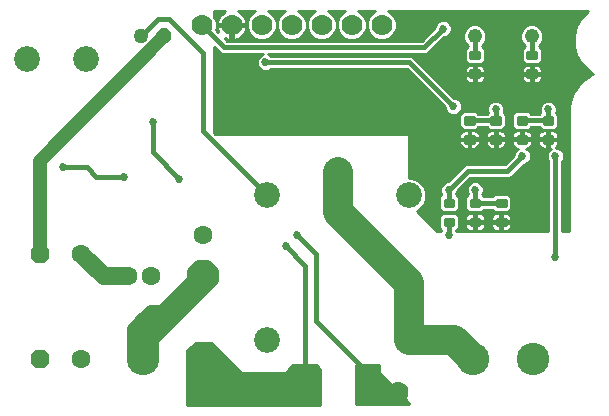
<source format=gbl>
G75*
%MOIN*%
%OFA0B0*%
%FSLAX24Y24*%
%IPPOS*%
%LPD*%
%AMOC8*
5,1,8,0,0,1.08239X$1,22.5*
%
%ADD10OC8,0.0500*%
%ADD11C,0.0500*%
%ADD12OC8,0.0630*%
%ADD13C,0.0630*%
%ADD14C,0.0860*%
%ADD15R,0.0709X0.1260*%
%ADD16C,0.0094*%
%ADD17C,0.0480*%
%ADD18C,0.1083*%
%ADD19C,0.0700*%
%ADD20C,0.0600*%
%ADD21C,0.0270*%
%ADD22C,0.0160*%
%ADD23C,0.1000*%
%ADD24C,0.0320*%
%ADD25C,0.0120*%
%ADD26C,0.0100*%
%ADD27C,0.0450*%
%ADD28C,0.0500*%
D10*
X007718Y012875D03*
D11*
X006931Y012875D03*
D12*
X003573Y002125D03*
X003573Y005625D03*
D13*
X004951Y005625D03*
X006494Y004875D03*
X007281Y004875D03*
X009012Y004875D03*
X009012Y006253D03*
X004951Y002125D03*
D14*
X011148Y002764D03*
X015872Y002764D03*
X015872Y007567D03*
X013510Y008354D03*
X011148Y007567D03*
X005121Y012125D03*
X003153Y012125D03*
D15*
X012410Y001250D03*
X014615Y001250D03*
D16*
X017060Y006575D02*
X017060Y006795D01*
X017340Y006795D01*
X017340Y006575D01*
X017060Y006575D01*
X017060Y006668D02*
X017340Y006668D01*
X017340Y006761D02*
X017060Y006761D01*
X017060Y007205D02*
X017060Y007425D01*
X017340Y007425D01*
X017340Y007205D01*
X017060Y007205D01*
X017060Y007298D02*
X017340Y007298D01*
X017340Y007391D02*
X017060Y007391D01*
X018215Y007425D02*
X018215Y007205D01*
X017935Y007205D01*
X017935Y007425D01*
X018215Y007425D01*
X018215Y007298D02*
X017935Y007298D01*
X017935Y007391D02*
X018215Y007391D01*
X019090Y007425D02*
X019090Y007205D01*
X018810Y007205D01*
X018810Y007425D01*
X019090Y007425D01*
X019090Y007298D02*
X018810Y007298D01*
X018810Y007391D02*
X019090Y007391D01*
X019090Y006795D02*
X019090Y006575D01*
X018810Y006575D01*
X018810Y006795D01*
X019090Y006795D01*
X019090Y006668D02*
X018810Y006668D01*
X018810Y006761D02*
X019090Y006761D01*
X018215Y006795D02*
X018215Y006575D01*
X017935Y006575D01*
X017935Y006795D01*
X018215Y006795D01*
X018215Y006668D02*
X017935Y006668D01*
X017935Y006761D02*
X018215Y006761D01*
X017747Y009325D02*
X017747Y009545D01*
X018027Y009545D01*
X018027Y009325D01*
X017747Y009325D01*
X017747Y009418D02*
X018027Y009418D01*
X018027Y009511D02*
X017747Y009511D01*
X017747Y009955D02*
X017747Y010175D01*
X018027Y010175D01*
X018027Y009955D01*
X017747Y009955D01*
X017747Y010048D02*
X018027Y010048D01*
X018027Y010141D02*
X017747Y010141D01*
X018902Y010175D02*
X018902Y009955D01*
X018622Y009955D01*
X018622Y010175D01*
X018902Y010175D01*
X018902Y010048D02*
X018622Y010048D01*
X018622Y010141D02*
X018902Y010141D01*
X019497Y010175D02*
X019497Y009955D01*
X019497Y010175D02*
X019777Y010175D01*
X019777Y009955D01*
X019497Y009955D01*
X019497Y010048D02*
X019777Y010048D01*
X019777Y010141D02*
X019497Y010141D01*
X020652Y010175D02*
X020652Y009955D01*
X020372Y009955D01*
X020372Y010175D01*
X020652Y010175D01*
X020652Y010048D02*
X020372Y010048D01*
X020372Y010141D02*
X020652Y010141D01*
X020652Y009545D02*
X020652Y009325D01*
X020372Y009325D01*
X020372Y009545D01*
X020652Y009545D01*
X020652Y009418D02*
X020372Y009418D01*
X020372Y009511D02*
X020652Y009511D01*
X019497Y009545D02*
X019497Y009325D01*
X019497Y009545D02*
X019777Y009545D01*
X019777Y009325D01*
X019497Y009325D01*
X019497Y009418D02*
X019777Y009418D01*
X019777Y009511D02*
X019497Y009511D01*
X018902Y009545D02*
X018902Y009325D01*
X018622Y009325D01*
X018622Y009545D01*
X018902Y009545D01*
X018902Y009418D02*
X018622Y009418D01*
X018622Y009511D02*
X018902Y009511D01*
X018202Y011513D02*
X018202Y011733D01*
X018202Y011513D02*
X017922Y011513D01*
X017922Y011733D01*
X018202Y011733D01*
X018202Y011606D02*
X017922Y011606D01*
X017922Y011699D02*
X018202Y011699D01*
X018202Y012142D02*
X018202Y012362D01*
X018202Y012142D02*
X017922Y012142D01*
X017922Y012362D01*
X018202Y012362D01*
X018202Y012235D02*
X017922Y012235D01*
X017922Y012328D02*
X018202Y012328D01*
X020102Y012362D02*
X020102Y012142D01*
X019822Y012142D01*
X019822Y012362D01*
X020102Y012362D01*
X020102Y012235D02*
X019822Y012235D01*
X019822Y012328D02*
X020102Y012328D01*
X020102Y011733D02*
X020102Y011513D01*
X019822Y011513D01*
X019822Y011733D01*
X020102Y011733D01*
X020102Y011606D02*
X019822Y011606D01*
X019822Y011699D02*
X020102Y011699D01*
D17*
X019962Y012875D03*
X018062Y012875D03*
D18*
X018012Y002125D03*
X020012Y002125D03*
X009012Y002125D03*
X007012Y002125D03*
D19*
X015512Y001000D03*
X014961Y013250D03*
X013961Y013250D03*
X012961Y013250D03*
X011961Y013250D03*
X010961Y013250D03*
X009961Y013250D03*
X008961Y013250D03*
D20*
X004951Y005625D02*
X005701Y004875D01*
X006494Y004875D01*
D21*
X011762Y005875D03*
X012137Y006250D03*
X008200Y008125D03*
X006387Y008188D03*
X004325Y008500D03*
X007325Y010029D03*
X011086Y012000D03*
X017012Y013125D03*
X017349Y010538D03*
X018762Y010438D03*
X020512Y010438D03*
X020751Y008875D03*
X020168Y008875D03*
X019652Y008875D03*
X018075Y007750D03*
X017200Y007750D03*
X017200Y006250D03*
X020751Y005500D03*
D22*
X020751Y008875D01*
X019652Y008875D02*
X019152Y008375D01*
X017825Y008375D01*
X017200Y007750D01*
X017200Y007315D01*
X018075Y007315D02*
X018950Y007315D01*
X018075Y007315D02*
X018075Y007750D01*
X017200Y006685D02*
X017200Y006250D01*
X012762Y005625D02*
X012137Y006250D01*
X011762Y005875D02*
X012410Y005227D01*
X012410Y001250D01*
X012137Y001250D01*
X011762Y001625D02*
X010262Y001625D01*
X009887Y002000D01*
X009262Y002625D01*
X008762Y002625D01*
X008512Y002375D01*
X008512Y000625D01*
X012887Y000625D01*
X012887Y001625D01*
X012637Y001625D01*
X012887Y001625D02*
X012887Y001750D01*
X012762Y001875D01*
X012012Y001875D01*
X011762Y001625D01*
X009887Y001750D02*
X009887Y002000D01*
X012762Y003375D02*
X012762Y005625D01*
X011148Y007567D02*
X009012Y009703D01*
X009012Y012313D01*
X007887Y013438D01*
X007494Y013438D01*
X006931Y012875D01*
X008961Y013250D02*
X009711Y012500D01*
X016387Y012500D01*
X017012Y013125D01*
X018062Y012875D02*
X018062Y012252D01*
X019962Y012252D02*
X019962Y012875D01*
X020512Y010438D02*
X020512Y010065D01*
X019637Y010065D01*
X018762Y010065D02*
X018762Y010438D01*
X018762Y010065D02*
X017887Y010065D01*
X017349Y010538D02*
X015887Y012000D01*
X011086Y012000D01*
X007325Y010029D02*
X007325Y009000D01*
X008200Y008125D01*
X006387Y008188D02*
X005450Y008188D01*
X005137Y008500D01*
X004325Y008500D01*
X012762Y003375D02*
X014262Y001875D01*
X014512Y001625D01*
X014615Y001523D01*
X014615Y001250D01*
X014887Y001250D01*
X014887Y000875D02*
X015387Y000875D01*
X015387Y000750D02*
X015637Y000875D01*
X015512Y000875D01*
D23*
X017373Y002764D02*
X018012Y002125D01*
X017373Y002764D02*
X015872Y002764D01*
X015872Y004640D01*
X013510Y007002D01*
X013510Y008354D01*
X007012Y002875D02*
X007012Y002125D01*
D24*
X007387Y002125D01*
X007387Y002750D01*
X009387Y004750D01*
X009387Y004875D01*
X009137Y004875D01*
X009137Y005000D02*
X009012Y004875D01*
X009137Y005000D02*
X009137Y005250D01*
X008762Y004875D01*
X006762Y002875D01*
X006637Y002875D01*
X006637Y003125D01*
X006887Y003375D01*
X007012Y003250D01*
X007012Y003000D01*
X007137Y003000D02*
X007262Y002875D01*
X007387Y002875D02*
X007387Y002750D01*
X007387Y002875D02*
X009387Y004875D01*
X009387Y005000D01*
X009137Y005250D01*
X008887Y005250D01*
X008637Y005000D01*
X008637Y004625D01*
X008512Y004500D01*
X008637Y004375D01*
X007887Y003750D02*
X007262Y003750D01*
X007012Y003500D01*
X007512Y003500D01*
X007512Y003375D01*
X007262Y003125D01*
X007137Y003000D02*
X007137Y003375D01*
X006637Y002875D01*
X006637Y002750D01*
X006762Y002875D01*
X006637Y002750D02*
X006637Y002625D01*
X006887Y002625D01*
X006637Y002625D02*
X006637Y002125D01*
X006887Y002125D01*
X007387Y003250D02*
X007762Y003625D01*
X007887Y003750D01*
X007512Y003500D02*
X007137Y003375D01*
X007012Y003500D02*
X006887Y003375D01*
X008762Y002375D02*
X009012Y002375D01*
X009887Y001500D01*
X009137Y000750D01*
X009012Y000750D01*
X008762Y000750D01*
X008637Y000750D01*
X008637Y002125D01*
X008762Y002125D01*
X008762Y000750D01*
X009012Y000750D02*
X009012Y000875D01*
X009012Y001000D01*
X009012Y001375D01*
X009387Y001375D01*
X009262Y001750D01*
X009262Y001500D01*
X009387Y001250D01*
X009512Y001000D01*
X009262Y001000D02*
X009137Y001125D01*
X009137Y001500D01*
X009137Y001625D02*
X009137Y001750D01*
X008887Y002375D01*
X008637Y002125D01*
X009137Y001625D01*
X009012Y002125D01*
X009637Y002125D01*
X010262Y001500D01*
X011262Y001500D01*
X011137Y001375D01*
X010012Y001375D01*
X009762Y001125D01*
X009137Y001750D01*
X009012Y001875D01*
X009012Y002125D01*
X008762Y002125D01*
X008887Y002250D01*
X009012Y002250D01*
X009137Y002125D01*
X009262Y001750D01*
X009762Y001125D01*
X009887Y001000D01*
X012012Y001000D01*
X012012Y001125D01*
X012012Y001375D01*
X012137Y001750D01*
X011887Y001500D01*
X011512Y001250D01*
X011262Y001500D01*
X011637Y001500D01*
X011762Y001375D01*
X011137Y001375D01*
X011387Y001125D02*
X011512Y001250D01*
X010512Y001250D01*
X010137Y001250D01*
X009762Y001250D01*
X010012Y001375D01*
X009387Y001375D01*
X009012Y002125D01*
X009637Y001500D01*
X009887Y001500D01*
X010262Y001500D01*
X010137Y001250D02*
X010262Y001125D01*
X011387Y001125D01*
X012012Y001125D01*
X012637Y001125D01*
X012762Y001250D01*
X012762Y001750D01*
X012137Y001750D01*
X012137Y001500D02*
X011887Y001500D01*
X011637Y001500D01*
X011512Y001250D02*
X012137Y001250D01*
X012012Y001375D02*
X012137Y001500D01*
X012637Y001625D02*
X012637Y001250D01*
X012637Y001125D02*
X012762Y001125D01*
X012762Y000750D01*
X009137Y000750D01*
X009012Y000875D02*
X009887Y000875D01*
X010012Y000875D01*
X010137Y000750D01*
X009887Y000875D02*
X009137Y001625D01*
X009262Y001750D02*
X009387Y001250D01*
X009137Y001125D02*
X009012Y001375D01*
X009012Y001875D01*
X008762Y002125D01*
X009887Y000875D02*
X010512Y001250D01*
X009262Y001000D02*
X009012Y001000D01*
X012637Y001625D02*
X012762Y001750D01*
X012762Y001250D02*
X012762Y001125D01*
X014262Y000750D02*
X014262Y001750D01*
X014637Y001750D01*
X014637Y001375D01*
X014615Y001250D02*
X014990Y000875D01*
X015512Y001000D01*
X015387Y000875D01*
X014887Y001125D01*
X014887Y001000D01*
X015012Y000875D01*
X015387Y000875D01*
X015512Y000875D01*
X015512Y001000D01*
X015512Y001125D01*
X015637Y001125D01*
X015512Y001000D01*
X015387Y000750D01*
X015387Y000875D01*
X015637Y000750D01*
X015387Y000750D01*
X014262Y000750D01*
X014762Y001125D02*
X014887Y001250D01*
X014887Y001500D01*
X014887Y001250D02*
X014887Y001125D01*
X015012Y001125D01*
X015387Y001125D01*
X015512Y001125D01*
X015512Y001000D02*
X015637Y000750D01*
D25*
X015512Y000875D02*
X015887Y000625D01*
X015762Y000625D01*
X015012Y001375D01*
X015012Y001125D01*
X014887Y001125D02*
X015387Y000625D01*
X014137Y000625D01*
X014137Y001875D01*
X014262Y001875D01*
X014387Y001875D01*
X014637Y001875D01*
X014887Y001625D01*
X015512Y001000D01*
X015887Y000625D01*
X015762Y000625D02*
X015387Y000625D01*
X015387Y000750D02*
X015512Y000875D01*
X014762Y001500D02*
X014762Y001875D01*
X014887Y001875D01*
X014887Y001625D01*
X014762Y001875D02*
X014637Y001875D01*
X014512Y001750D01*
X014512Y001625D01*
X014387Y001625D02*
X014387Y001875D01*
X018075Y006685D02*
X018950Y006685D01*
X018762Y009435D02*
X017887Y009435D01*
X018762Y009435D02*
X019637Y009435D01*
X020512Y009435D01*
D26*
X020483Y009437D02*
X019666Y009437D01*
X019666Y009464D02*
X019974Y009464D01*
X019974Y009571D01*
X019961Y009621D01*
X019935Y009666D01*
X019898Y009703D01*
X019853Y009729D01*
X019803Y009743D01*
X019666Y009743D01*
X019666Y009464D01*
X019608Y009464D01*
X019608Y009406D01*
X019300Y009406D01*
X019300Y009299D01*
X019314Y009249D01*
X019340Y009204D01*
X019376Y009167D01*
X019421Y009141D01*
X019471Y009128D01*
X019517Y009128D01*
X019491Y009117D01*
X019410Y009036D01*
X019367Y008932D01*
X019367Y008915D01*
X019057Y008605D01*
X017729Y008605D01*
X017595Y008470D01*
X017159Y008035D01*
X017143Y008035D01*
X017038Y007992D01*
X016958Y007911D01*
X016915Y007807D01*
X016915Y007693D01*
X016954Y007598D01*
X016863Y007507D01*
X016863Y007123D01*
X016978Y007007D01*
X017421Y007007D01*
X017537Y007123D01*
X017537Y007507D01*
X017445Y007598D01*
X017485Y007693D01*
X017485Y007710D01*
X017920Y008145D01*
X019247Y008145D01*
X019692Y008590D01*
X019709Y008590D01*
X019813Y008633D01*
X019894Y008714D01*
X019937Y008818D01*
X019937Y008932D01*
X019894Y009036D01*
X019813Y009117D01*
X019787Y009128D01*
X019803Y009128D01*
X019853Y009141D01*
X019898Y009167D01*
X019935Y009204D01*
X019961Y009249D01*
X019974Y009299D01*
X019974Y009406D01*
X019666Y009406D01*
X019666Y009464D01*
X019608Y009464D02*
X019608Y009743D01*
X019471Y009743D01*
X019421Y009729D01*
X019376Y009703D01*
X019340Y009666D01*
X019314Y009621D01*
X019300Y009571D01*
X019300Y009464D01*
X019608Y009464D01*
X019608Y009437D02*
X018791Y009437D01*
X018791Y009464D02*
X019099Y009464D01*
X019099Y009571D01*
X019086Y009621D01*
X019060Y009666D01*
X019023Y009703D01*
X018978Y009729D01*
X018928Y009743D01*
X018791Y009743D01*
X018791Y009464D01*
X018733Y009464D01*
X018733Y009406D01*
X018425Y009406D01*
X018425Y009299D01*
X018439Y009249D01*
X018465Y009204D01*
X018501Y009167D01*
X018546Y009141D01*
X018596Y009128D01*
X018733Y009128D01*
X018733Y009406D01*
X018791Y009406D01*
X018791Y009128D01*
X018928Y009128D01*
X018978Y009141D01*
X019023Y009167D01*
X019060Y009204D01*
X019086Y009249D01*
X019099Y009299D01*
X019099Y009406D01*
X018791Y009406D01*
X018791Y009464D01*
X018733Y009464D02*
X018733Y009743D01*
X018596Y009743D01*
X018546Y009729D01*
X018501Y009703D01*
X018465Y009666D01*
X018439Y009621D01*
X018425Y009571D01*
X018425Y009464D01*
X018733Y009464D01*
X018733Y009437D02*
X017916Y009437D01*
X017916Y009464D02*
X018224Y009464D01*
X018224Y009571D01*
X018211Y009621D01*
X018185Y009666D01*
X018148Y009703D01*
X018103Y009729D01*
X018053Y009743D01*
X017916Y009743D01*
X017916Y009464D01*
X017858Y009464D01*
X017858Y009406D01*
X017550Y009406D01*
X017550Y009299D01*
X017564Y009249D01*
X017590Y009204D01*
X017626Y009167D01*
X017671Y009141D01*
X017721Y009128D01*
X017858Y009128D01*
X017858Y009406D01*
X017916Y009406D01*
X017916Y009128D01*
X018053Y009128D01*
X018103Y009141D01*
X018148Y009167D01*
X018185Y009204D01*
X018211Y009249D01*
X018224Y009299D01*
X018224Y009406D01*
X017916Y009406D01*
X017916Y009464D01*
X017858Y009464D02*
X017858Y009743D01*
X017721Y009743D01*
X017671Y009729D01*
X017626Y009703D01*
X017590Y009666D01*
X017564Y009621D01*
X017550Y009571D01*
X017550Y009464D01*
X017858Y009464D01*
X017858Y009437D02*
X015887Y009437D01*
X015887Y009339D02*
X017550Y009339D01*
X017569Y009240D02*
X015887Y009240D01*
X015887Y009142D02*
X017670Y009142D01*
X017858Y009142D02*
X017916Y009142D01*
X017916Y009240D02*
X017858Y009240D01*
X017858Y009339D02*
X017916Y009339D01*
X017916Y009536D02*
X017858Y009536D01*
X017858Y009634D02*
X017916Y009634D01*
X017916Y009733D02*
X017858Y009733D01*
X017684Y009733D02*
X009387Y009733D01*
X009387Y009653D02*
X009387Y012499D01*
X009481Y012405D01*
X009616Y012270D01*
X010993Y012270D01*
X010925Y012242D01*
X010844Y012161D01*
X010801Y012057D01*
X010801Y011943D01*
X010844Y011839D01*
X010925Y011758D01*
X011029Y011715D01*
X011143Y011715D01*
X011247Y011758D01*
X011259Y011770D01*
X015792Y011770D01*
X017064Y010498D01*
X017064Y010482D01*
X017107Y010377D01*
X017187Y010297D01*
X017292Y010253D01*
X017406Y010253D01*
X017510Y010297D01*
X017590Y010377D01*
X017634Y010482D01*
X017634Y010595D01*
X017590Y010700D01*
X017510Y010780D01*
X017406Y010823D01*
X017389Y010823D01*
X015982Y012230D01*
X011259Y012230D01*
X011247Y012242D01*
X011179Y012270D01*
X016482Y012270D01*
X017052Y012840D01*
X017069Y012840D01*
X017174Y012883D01*
X017254Y012964D01*
X017297Y013068D01*
X017297Y013182D01*
X017254Y013286D01*
X017174Y013367D01*
X017069Y013410D01*
X016956Y013410D01*
X016851Y013367D01*
X016771Y013286D01*
X016727Y013182D01*
X016727Y013165D01*
X016292Y012730D01*
X009806Y012730D01*
X009729Y012807D01*
X009769Y012787D01*
X009844Y012762D01*
X009922Y012750D01*
X009922Y012750D01*
X009922Y013211D01*
X009461Y013211D01*
X009473Y013133D01*
X009498Y013058D01*
X009518Y013018D01*
X009439Y013097D01*
X009461Y013151D01*
X009461Y013349D01*
X009387Y013528D01*
X009387Y013705D01*
X009752Y013705D01*
X009699Y013678D01*
X009635Y013631D01*
X009580Y013576D01*
X009533Y013512D01*
X009498Y013442D01*
X009473Y013367D01*
X009461Y013289D01*
X009461Y013289D01*
X009922Y013289D01*
X009922Y013211D01*
X010000Y013211D01*
X010000Y013289D01*
X010461Y013289D01*
X010449Y013367D01*
X010424Y013442D01*
X010389Y013512D01*
X010342Y013576D01*
X010287Y013631D01*
X010223Y013678D01*
X010170Y013705D01*
X010752Y013705D01*
X010678Y013674D01*
X010537Y013533D01*
X010461Y013349D01*
X010461Y013151D01*
X010537Y012967D01*
X010678Y012826D01*
X010862Y012750D01*
X011060Y012750D01*
X011244Y012826D01*
X011385Y012967D01*
X011461Y013151D01*
X011537Y012967D01*
X011678Y012826D01*
X011862Y012750D01*
X012060Y012750D01*
X012244Y012826D01*
X012385Y012967D01*
X012461Y013151D01*
X012537Y012967D01*
X012678Y012826D01*
X012862Y012750D01*
X013060Y012750D01*
X013244Y012826D01*
X013385Y012967D01*
X013461Y013151D01*
X013537Y012967D01*
X013678Y012826D01*
X013862Y012750D01*
X014060Y012750D01*
X014244Y012826D01*
X014385Y012967D01*
X014461Y013151D01*
X014537Y012967D01*
X014678Y012826D01*
X014862Y012750D01*
X015060Y012750D01*
X015244Y012826D01*
X015385Y012967D01*
X015461Y013151D01*
X015461Y013349D01*
X015385Y013533D01*
X015244Y013674D01*
X015170Y013705D01*
X021829Y013705D01*
X021605Y013480D01*
X021442Y013199D01*
X021358Y012886D01*
X021358Y012561D01*
X021442Y012248D01*
X021605Y011967D01*
X021834Y011737D01*
X022022Y011629D01*
X021956Y011607D01*
X021602Y011350D01*
X021345Y010996D01*
X021210Y010580D01*
X021210Y006375D01*
X020981Y006375D01*
X020981Y008702D01*
X020992Y008714D01*
X021036Y008818D01*
X021036Y008932D01*
X020992Y009036D01*
X020912Y009117D01*
X020808Y009160D01*
X020761Y009160D01*
X020773Y009167D01*
X020810Y009204D01*
X020836Y009249D01*
X020849Y009299D01*
X020849Y009406D01*
X020541Y009406D01*
X020541Y009128D01*
X020616Y009128D01*
X020589Y009117D01*
X020509Y009036D01*
X020466Y008932D01*
X020466Y008818D01*
X020509Y008714D01*
X020521Y008702D01*
X020521Y006375D01*
X017456Y006375D01*
X017445Y006402D01*
X017537Y006493D01*
X017537Y006877D01*
X017421Y006993D01*
X016978Y006993D01*
X016863Y006877D01*
X016863Y006493D01*
X016954Y006402D01*
X016943Y006375D01*
X016826Y006375D01*
X016813Y006388D01*
X016650Y006551D01*
X016148Y007053D01*
X016201Y007075D01*
X016364Y007238D01*
X016452Y007452D01*
X016452Y007682D01*
X016364Y007895D01*
X016201Y008059D01*
X015988Y008147D01*
X015887Y008147D01*
X015887Y009625D01*
X009415Y009625D01*
X009387Y009653D01*
X009406Y009634D02*
X017571Y009634D01*
X017550Y009536D02*
X015887Y009536D01*
X015887Y009043D02*
X019417Y009043D01*
X019420Y009142D02*
X018979Y009142D01*
X019081Y009240D02*
X019319Y009240D01*
X019300Y009339D02*
X019099Y009339D01*
X019099Y009536D02*
X019300Y009536D01*
X019321Y009634D02*
X019078Y009634D01*
X018965Y009733D02*
X019434Y009733D01*
X019416Y009757D02*
X019859Y009757D01*
X019936Y009835D01*
X020213Y009835D01*
X020291Y009757D01*
X020734Y009757D01*
X020849Y009873D01*
X020849Y010257D01*
X020776Y010330D01*
X020797Y010381D01*
X020797Y010494D01*
X020754Y010599D01*
X020674Y010679D01*
X020569Y010722D01*
X020456Y010722D01*
X020351Y010679D01*
X020271Y010599D01*
X020227Y010494D01*
X020227Y010381D01*
X020248Y010330D01*
X020213Y010295D01*
X019936Y010295D01*
X019859Y010372D01*
X019416Y010372D01*
X019300Y010257D01*
X019300Y009873D01*
X019416Y009757D01*
X019342Y009831D02*
X019057Y009831D01*
X019099Y009873D02*
X018984Y009757D01*
X018541Y009757D01*
X018463Y009835D01*
X018186Y009835D01*
X018109Y009757D01*
X017666Y009757D01*
X017550Y009873D01*
X017550Y010257D01*
X017666Y010372D01*
X018109Y010372D01*
X018186Y010295D01*
X018463Y010295D01*
X018498Y010330D01*
X018477Y010381D01*
X018477Y010494D01*
X018521Y010599D01*
X018601Y010679D01*
X018706Y010722D01*
X018819Y010722D01*
X018924Y010679D01*
X019004Y010599D01*
X019047Y010494D01*
X019047Y010381D01*
X019026Y010330D01*
X019099Y010257D01*
X019099Y009873D01*
X019099Y009930D02*
X019300Y009930D01*
X019300Y010028D02*
X019099Y010028D01*
X019099Y010127D02*
X019300Y010127D01*
X019300Y010225D02*
X019099Y010225D01*
X019033Y010324D02*
X019367Y010324D01*
X019047Y010422D02*
X020227Y010422D01*
X020238Y010521D02*
X019036Y010521D01*
X018984Y010619D02*
X020291Y010619D01*
X020444Y010718D02*
X018831Y010718D01*
X018694Y010718D02*
X017573Y010718D01*
X017624Y010619D02*
X018541Y010619D01*
X018488Y010521D02*
X017634Y010521D01*
X017609Y010422D02*
X018477Y010422D01*
X018492Y010324D02*
X018158Y010324D01*
X017617Y010324D02*
X017537Y010324D01*
X017550Y010225D02*
X009387Y010225D01*
X009387Y010127D02*
X017550Y010127D01*
X017550Y010028D02*
X009387Y010028D01*
X009387Y009930D02*
X017550Y009930D01*
X017592Y009831D02*
X009387Y009831D01*
X009387Y010324D02*
X017161Y010324D01*
X017089Y010422D02*
X009387Y010422D01*
X009387Y010521D02*
X017041Y010521D01*
X016943Y010619D02*
X009387Y010619D01*
X009387Y010718D02*
X016844Y010718D01*
X016746Y010816D02*
X009387Y010816D01*
X009387Y010915D02*
X016647Y010915D01*
X016549Y011013D02*
X009387Y011013D01*
X009387Y011112D02*
X016450Y011112D01*
X016352Y011210D02*
X009387Y011210D01*
X009387Y011309D02*
X016253Y011309D01*
X016155Y011407D02*
X009387Y011407D01*
X009387Y011506D02*
X016056Y011506D01*
X015958Y011604D02*
X009387Y011604D01*
X009387Y011703D02*
X015859Y011703D01*
X016214Y011998D02*
X017788Y011998D01*
X017841Y011945D02*
X017725Y012061D01*
X017725Y012444D01*
X017832Y012551D01*
X017832Y012553D01*
X017732Y012654D01*
X017672Y012797D01*
X017672Y012953D01*
X017732Y013096D01*
X017841Y013206D01*
X017985Y013265D01*
X018140Y013265D01*
X018283Y013206D01*
X018393Y013096D01*
X018452Y012953D01*
X018452Y012797D01*
X018393Y012654D01*
X018292Y012553D01*
X018292Y012551D01*
X018399Y012444D01*
X018399Y012061D01*
X018284Y011945D01*
X017841Y011945D01*
X017846Y011917D02*
X017801Y011891D01*
X017765Y011854D01*
X017739Y011809D01*
X017725Y011759D01*
X017725Y011651D01*
X018033Y011651D01*
X018033Y011594D01*
X017725Y011594D01*
X017725Y011486D01*
X017739Y011436D01*
X017765Y011391D01*
X017801Y011354D01*
X017846Y011329D01*
X017896Y011315D01*
X018033Y011315D01*
X018033Y011594D01*
X018091Y011594D01*
X018091Y011651D01*
X018399Y011651D01*
X018399Y011759D01*
X018386Y011809D01*
X018360Y011854D01*
X018323Y011891D01*
X018278Y011917D01*
X018228Y011930D01*
X018091Y011930D01*
X018091Y011651D01*
X018033Y011651D01*
X018033Y011930D01*
X017896Y011930D01*
X017846Y011917D01*
X017817Y011900D02*
X016313Y011900D01*
X016411Y011801D02*
X017737Y011801D01*
X017725Y011703D02*
X016510Y011703D01*
X016608Y011604D02*
X018033Y011604D01*
X018091Y011604D02*
X019933Y011604D01*
X019933Y011594D02*
X019625Y011594D01*
X019625Y011486D01*
X019639Y011436D01*
X019665Y011391D01*
X019701Y011354D01*
X019746Y011329D01*
X019796Y011315D01*
X019933Y011315D01*
X019933Y011594D01*
X019933Y011651D01*
X019625Y011651D01*
X019625Y011759D01*
X019639Y011809D01*
X019665Y011854D01*
X019701Y011891D01*
X019746Y011917D01*
X019796Y011930D01*
X019933Y011930D01*
X019933Y011651D01*
X019991Y011651D01*
X020299Y011651D01*
X020299Y011759D01*
X020286Y011809D01*
X020260Y011854D01*
X020223Y011891D01*
X020178Y011917D01*
X020128Y011930D01*
X019991Y011930D01*
X019991Y011651D01*
X019991Y011594D01*
X020299Y011594D01*
X020299Y011486D01*
X020286Y011436D01*
X020260Y011391D01*
X020223Y011354D01*
X020178Y011329D01*
X020128Y011315D01*
X019991Y011315D01*
X019991Y011594D01*
X019933Y011594D01*
X019991Y011604D02*
X021952Y011604D01*
X021956Y011607D02*
X021956Y011607D01*
X021894Y011703D02*
X020299Y011703D01*
X020288Y011801D02*
X021770Y011801D01*
X021672Y011900D02*
X020208Y011900D01*
X020184Y011945D02*
X020299Y012061D01*
X020299Y012444D01*
X020192Y012551D01*
X020192Y012553D01*
X020293Y012654D01*
X020352Y012797D01*
X020352Y012953D01*
X020293Y013096D01*
X020183Y013206D01*
X020040Y013265D01*
X019885Y013265D01*
X019741Y013206D01*
X019632Y013096D01*
X019572Y012953D01*
X019572Y012797D01*
X019632Y012654D01*
X019732Y012553D01*
X019732Y012551D01*
X019625Y012444D01*
X019625Y012061D01*
X019741Y011945D01*
X020184Y011945D01*
X020237Y011998D02*
X021586Y011998D01*
X021530Y012097D02*
X020299Y012097D01*
X020299Y012195D02*
X021473Y012195D01*
X021430Y012294D02*
X020299Y012294D01*
X020299Y012392D02*
X021404Y012392D01*
X021377Y012491D02*
X020253Y012491D01*
X020228Y012589D02*
X021358Y012589D01*
X021358Y012688D02*
X020307Y012688D01*
X020347Y012786D02*
X021358Y012786D01*
X021358Y012885D02*
X020352Y012885D01*
X020340Y012983D02*
X021384Y012983D01*
X021411Y013082D02*
X020299Y013082D01*
X020209Y013180D02*
X021437Y013180D01*
X021488Y013279D02*
X017257Y013279D01*
X017297Y013180D02*
X017816Y013180D01*
X017726Y013082D02*
X017297Y013082D01*
X017262Y012983D02*
X017685Y012983D01*
X017672Y012885D02*
X017175Y012885D01*
X016999Y012786D02*
X017677Y012786D01*
X017718Y012688D02*
X016900Y012688D01*
X016802Y012589D02*
X017797Y012589D01*
X017771Y012491D02*
X016703Y012491D01*
X016605Y012392D02*
X017725Y012392D01*
X017725Y012294D02*
X016506Y012294D01*
X016116Y012097D02*
X017725Y012097D01*
X017725Y012195D02*
X016017Y012195D01*
X016348Y012786D02*
X015147Y012786D01*
X015303Y012885D02*
X016446Y012885D01*
X016545Y012983D02*
X015392Y012983D01*
X015432Y013082D02*
X016643Y013082D01*
X016727Y013180D02*
X015461Y013180D01*
X015461Y013279D02*
X016767Y013279D01*
X016876Y013377D02*
X015450Y013377D01*
X015409Y013476D02*
X021602Y013476D01*
X021545Y013377D02*
X017148Y013377D01*
X018309Y013180D02*
X019716Y013180D01*
X019626Y013082D02*
X018399Y013082D01*
X018440Y012983D02*
X019585Y012983D01*
X019572Y012885D02*
X018452Y012885D01*
X018447Y012786D02*
X019577Y012786D01*
X019618Y012688D02*
X018407Y012688D01*
X018328Y012589D02*
X019697Y012589D01*
X019671Y012491D02*
X018353Y012491D01*
X018399Y012392D02*
X019625Y012392D01*
X019625Y012294D02*
X018399Y012294D01*
X018399Y012195D02*
X019625Y012195D01*
X019625Y012097D02*
X018399Y012097D01*
X018337Y011998D02*
X019688Y011998D01*
X019717Y011900D02*
X018308Y011900D01*
X018388Y011801D02*
X019637Y011801D01*
X019625Y011703D02*
X018399Y011703D01*
X018399Y011594D02*
X018091Y011594D01*
X018091Y011315D01*
X018228Y011315D01*
X018278Y011329D01*
X018323Y011354D01*
X018360Y011391D01*
X018386Y011436D01*
X018399Y011486D01*
X018399Y011594D01*
X018399Y011506D02*
X019625Y011506D01*
X019655Y011407D02*
X018369Y011407D01*
X018091Y011407D02*
X018033Y011407D01*
X018033Y011506D02*
X018091Y011506D01*
X017755Y011407D02*
X016805Y011407D01*
X016707Y011506D02*
X017725Y011506D01*
X018033Y011703D02*
X018091Y011703D01*
X018091Y011801D02*
X018033Y011801D01*
X018033Y011900D02*
X018091Y011900D01*
X017101Y011112D02*
X021429Y011112D01*
X021501Y011210D02*
X017002Y011210D01*
X016904Y011309D02*
X021572Y011309D01*
X021602Y011350D02*
X021602Y011350D01*
X021602Y011350D01*
X021681Y011407D02*
X020269Y011407D01*
X020299Y011506D02*
X021816Y011506D01*
X021357Y011013D02*
X017199Y011013D01*
X017298Y010915D02*
X021319Y010915D01*
X021345Y010996D02*
X021345Y010996D01*
X021287Y010816D02*
X017423Y010816D01*
X018182Y009831D02*
X018467Y009831D01*
X018559Y009733D02*
X018090Y009733D01*
X018203Y009634D02*
X018446Y009634D01*
X018425Y009536D02*
X018224Y009536D01*
X018224Y009339D02*
X018425Y009339D01*
X018444Y009240D02*
X018206Y009240D01*
X018104Y009142D02*
X018545Y009142D01*
X018733Y009142D02*
X018791Y009142D01*
X018791Y009240D02*
X018733Y009240D01*
X018733Y009339D02*
X018791Y009339D01*
X018791Y009536D02*
X018733Y009536D01*
X018733Y009634D02*
X018791Y009634D01*
X018791Y009733D02*
X018733Y009733D01*
X019608Y009733D02*
X019666Y009733D01*
X019666Y009634D02*
X019608Y009634D01*
X019608Y009536D02*
X019666Y009536D01*
X019953Y009634D02*
X020196Y009634D01*
X020189Y009621D02*
X020175Y009571D01*
X020175Y009464D01*
X020483Y009464D01*
X020483Y009406D01*
X020175Y009406D01*
X020175Y009299D01*
X020189Y009249D01*
X020215Y009204D01*
X020251Y009167D01*
X020296Y009141D01*
X020346Y009128D01*
X020483Y009128D01*
X020483Y009406D01*
X020541Y009406D01*
X020541Y009464D01*
X020483Y009464D01*
X020483Y009743D01*
X020346Y009743D01*
X020296Y009729D01*
X020251Y009703D01*
X020215Y009666D01*
X020189Y009621D01*
X020175Y009536D02*
X019974Y009536D01*
X019974Y009339D02*
X020175Y009339D01*
X020194Y009240D02*
X019956Y009240D01*
X019854Y009142D02*
X020295Y009142D01*
X020483Y009142D02*
X020541Y009142D01*
X020541Y009240D02*
X020483Y009240D01*
X020483Y009339D02*
X020541Y009339D01*
X020541Y009437D02*
X021210Y009437D01*
X021210Y009339D02*
X020849Y009339D01*
X020831Y009240D02*
X021210Y009240D01*
X021210Y009142D02*
X020852Y009142D01*
X020986Y009043D02*
X021210Y009043D01*
X021210Y008945D02*
X021031Y008945D01*
X021036Y008846D02*
X021210Y008846D01*
X021210Y008748D02*
X021007Y008748D01*
X020981Y008649D02*
X021210Y008649D01*
X021210Y008551D02*
X020981Y008551D01*
X020981Y008452D02*
X021210Y008452D01*
X021210Y008354D02*
X020981Y008354D01*
X020981Y008255D02*
X021210Y008255D01*
X021210Y008157D02*
X020981Y008157D01*
X020981Y008058D02*
X021210Y008058D01*
X021210Y007960D02*
X020981Y007960D01*
X020981Y007861D02*
X021210Y007861D01*
X021210Y007763D02*
X020981Y007763D01*
X020981Y007664D02*
X021210Y007664D01*
X021210Y007566D02*
X020981Y007566D01*
X020981Y007467D02*
X021210Y007467D01*
X021210Y007369D02*
X020981Y007369D01*
X020981Y007270D02*
X021210Y007270D01*
X021210Y007172D02*
X020981Y007172D01*
X020981Y007073D02*
X021210Y007073D01*
X021210Y006975D02*
X020981Y006975D01*
X020981Y006876D02*
X021210Y006876D01*
X021210Y006778D02*
X020981Y006778D01*
X020981Y006679D02*
X021210Y006679D01*
X021210Y006581D02*
X020981Y006581D01*
X020981Y006482D02*
X021210Y006482D01*
X021210Y006384D02*
X020981Y006384D01*
X020521Y006384D02*
X019138Y006384D01*
X019115Y006378D02*
X019166Y006391D01*
X019211Y006417D01*
X019247Y006454D01*
X019273Y006499D01*
X019287Y006549D01*
X019287Y006656D01*
X018978Y006656D01*
X018978Y006378D01*
X019115Y006378D01*
X018978Y006384D02*
X018921Y006384D01*
X018921Y006378D02*
X018921Y006656D01*
X018978Y006656D01*
X018978Y006714D01*
X018921Y006714D01*
X018921Y006993D01*
X018784Y006993D01*
X018734Y006979D01*
X018689Y006953D01*
X018652Y006916D01*
X018626Y006871D01*
X018613Y006821D01*
X018613Y006714D01*
X018921Y006714D01*
X018921Y006656D01*
X018613Y006656D01*
X018613Y006549D01*
X018626Y006499D01*
X018652Y006454D01*
X018689Y006417D01*
X018734Y006391D01*
X018784Y006378D01*
X018921Y006378D01*
X018921Y006482D02*
X018978Y006482D01*
X018978Y006581D02*
X018921Y006581D01*
X018921Y006679D02*
X018103Y006679D01*
X018103Y006656D02*
X018103Y006714D01*
X018046Y006714D01*
X018046Y006993D01*
X017909Y006993D01*
X017859Y006979D01*
X017814Y006953D01*
X017777Y006916D01*
X017751Y006871D01*
X017738Y006821D01*
X017738Y006714D01*
X018046Y006714D01*
X018046Y006656D01*
X018103Y006656D01*
X018103Y006378D01*
X018240Y006378D01*
X018291Y006391D01*
X018336Y006417D01*
X018372Y006454D01*
X018398Y006499D01*
X018412Y006549D01*
X018412Y006656D01*
X018103Y006656D01*
X018046Y006656D02*
X018046Y006378D01*
X017909Y006378D01*
X017859Y006391D01*
X017814Y006417D01*
X017777Y006454D01*
X017751Y006499D01*
X017738Y006549D01*
X017738Y006656D01*
X018046Y006656D01*
X018046Y006679D02*
X017537Y006679D01*
X017537Y006581D02*
X017738Y006581D01*
X017761Y006482D02*
X017526Y006482D01*
X017453Y006384D02*
X017887Y006384D01*
X018046Y006384D02*
X018103Y006384D01*
X018103Y006482D02*
X018046Y006482D01*
X018046Y006581D02*
X018103Y006581D01*
X018103Y006714D02*
X018412Y006714D01*
X018412Y006821D01*
X018398Y006871D01*
X018372Y006916D01*
X018336Y006953D01*
X018291Y006979D01*
X018240Y006993D01*
X018103Y006993D01*
X018103Y006714D01*
X018103Y006778D02*
X018046Y006778D01*
X018046Y006876D02*
X018103Y006876D01*
X018103Y006975D02*
X018046Y006975D01*
X017851Y006975D02*
X017439Y006975D01*
X017487Y007073D02*
X017788Y007073D01*
X017738Y007123D02*
X017853Y007007D01*
X018296Y007007D01*
X018374Y007085D01*
X018651Y007085D01*
X018728Y007007D01*
X019171Y007007D01*
X019287Y007123D01*
X019287Y007507D01*
X019171Y007622D01*
X018728Y007622D01*
X018651Y007545D01*
X018374Y007545D01*
X018320Y007598D01*
X018360Y007693D01*
X018360Y007807D01*
X018316Y007911D01*
X018236Y007992D01*
X018131Y008035D01*
X018018Y008035D01*
X017913Y007992D01*
X017833Y007911D01*
X017790Y007807D01*
X017790Y007693D01*
X017829Y007598D01*
X017738Y007507D01*
X017738Y007123D01*
X017738Y007172D02*
X017537Y007172D01*
X017537Y007270D02*
X017738Y007270D01*
X017738Y007369D02*
X017537Y007369D01*
X017537Y007467D02*
X017738Y007467D01*
X017796Y007566D02*
X017478Y007566D01*
X017473Y007664D02*
X017802Y007664D01*
X017790Y007763D02*
X017537Y007763D01*
X017636Y007861D02*
X017812Y007861D01*
X017881Y007960D02*
X017734Y007960D01*
X017833Y008058D02*
X020521Y008058D01*
X020521Y007960D02*
X018268Y007960D01*
X018337Y007861D02*
X020521Y007861D01*
X020521Y007763D02*
X018360Y007763D01*
X018348Y007664D02*
X020521Y007664D01*
X020521Y007566D02*
X019228Y007566D01*
X019287Y007467D02*
X020521Y007467D01*
X020521Y007369D02*
X019287Y007369D01*
X019287Y007270D02*
X020521Y007270D01*
X020521Y007172D02*
X019287Y007172D01*
X019237Y007073D02*
X020521Y007073D01*
X020521Y006975D02*
X019174Y006975D01*
X019166Y006979D02*
X019115Y006993D01*
X018978Y006993D01*
X018978Y006714D01*
X019287Y006714D01*
X019287Y006821D01*
X019273Y006871D01*
X019247Y006916D01*
X019211Y006953D01*
X019166Y006979D01*
X019271Y006876D02*
X020521Y006876D01*
X020521Y006778D02*
X019287Y006778D01*
X018978Y006778D02*
X018921Y006778D01*
X018921Y006876D02*
X018978Y006876D01*
X018978Y006975D02*
X018921Y006975D01*
X018726Y006975D02*
X018299Y006975D01*
X018362Y007073D02*
X018663Y007073D01*
X018629Y006876D02*
X018396Y006876D01*
X018412Y006778D02*
X018613Y006778D01*
X018613Y006581D02*
X018412Y006581D01*
X018389Y006482D02*
X018636Y006482D01*
X018762Y006384D02*
X018263Y006384D01*
X017738Y006778D02*
X017537Y006778D01*
X017537Y006876D02*
X017754Y006876D01*
X016960Y006975D02*
X016226Y006975D01*
X016196Y007073D02*
X016913Y007073D01*
X016863Y007172D02*
X016297Y007172D01*
X016377Y007270D02*
X016863Y007270D01*
X016863Y007369D02*
X016418Y007369D01*
X016452Y007467D02*
X016863Y007467D01*
X016921Y007566D02*
X016452Y007566D01*
X016452Y007664D02*
X016927Y007664D01*
X016915Y007763D02*
X016419Y007763D01*
X016378Y007861D02*
X016937Y007861D01*
X017006Y007960D02*
X016300Y007960D01*
X016202Y008058D02*
X017182Y008058D01*
X017281Y008157D02*
X015887Y008157D01*
X015887Y008255D02*
X017379Y008255D01*
X017478Y008354D02*
X015887Y008354D01*
X015887Y008452D02*
X017576Y008452D01*
X017595Y008470D02*
X017595Y008470D01*
X017675Y008551D02*
X015887Y008551D01*
X015887Y008649D02*
X019101Y008649D01*
X019199Y008748D02*
X015887Y008748D01*
X015887Y008846D02*
X019298Y008846D01*
X019372Y008945D02*
X015887Y008945D01*
X018353Y007566D02*
X018671Y007566D01*
X019259Y008157D02*
X020521Y008157D01*
X020521Y008255D02*
X019357Y008255D01*
X019456Y008354D02*
X020521Y008354D01*
X020521Y008452D02*
X019554Y008452D01*
X019653Y008551D02*
X020521Y008551D01*
X020521Y008649D02*
X019829Y008649D01*
X019908Y008748D02*
X020495Y008748D01*
X020466Y008846D02*
X019937Y008846D01*
X019932Y008945D02*
X020471Y008945D01*
X020516Y009043D02*
X019887Y009043D01*
X020483Y009536D02*
X020541Y009536D01*
X020541Y009464D02*
X020541Y009743D01*
X020678Y009743D01*
X020728Y009729D01*
X020773Y009703D01*
X020810Y009666D01*
X020836Y009621D01*
X020849Y009571D01*
X020849Y009464D01*
X020541Y009464D01*
X020541Y009634D02*
X020483Y009634D01*
X020483Y009733D02*
X020541Y009733D01*
X020715Y009733D02*
X021210Y009733D01*
X021210Y009831D02*
X020807Y009831D01*
X020849Y009930D02*
X021210Y009930D01*
X021210Y010028D02*
X020849Y010028D01*
X020849Y010127D02*
X021210Y010127D01*
X021210Y010225D02*
X020849Y010225D01*
X020783Y010324D02*
X021210Y010324D01*
X021210Y010422D02*
X020797Y010422D01*
X020786Y010521D02*
X021210Y010521D01*
X021223Y010619D02*
X020734Y010619D01*
X020581Y010718D02*
X021255Y010718D01*
X020242Y010324D02*
X019908Y010324D01*
X019932Y009831D02*
X020217Y009831D01*
X020309Y009733D02*
X019840Y009733D01*
X020828Y009634D02*
X021210Y009634D01*
X021210Y009536D02*
X020849Y009536D01*
X019991Y011407D02*
X019933Y011407D01*
X019933Y011506D02*
X019991Y011506D01*
X019991Y011703D02*
X019933Y011703D01*
X019933Y011801D02*
X019991Y011801D01*
X019991Y011900D02*
X019933Y011900D01*
X021698Y013574D02*
X015344Y013574D01*
X015246Y013673D02*
X021797Y013673D01*
X014752Y013705D02*
X014678Y013674D01*
X014537Y013533D01*
X014461Y013349D01*
X014461Y013151D01*
X014461Y013349D01*
X014385Y013533D01*
X014244Y013674D01*
X014170Y013705D01*
X014752Y013705D01*
X014676Y013673D02*
X014246Y013673D01*
X014344Y013574D02*
X014578Y013574D01*
X014513Y013476D02*
X014409Y013476D01*
X014450Y013377D02*
X014472Y013377D01*
X014461Y013279D02*
X014461Y013279D01*
X014461Y013180D02*
X014461Y013180D01*
X014432Y013082D02*
X014490Y013082D01*
X014530Y012983D02*
X014392Y012983D01*
X014303Y012885D02*
X014619Y012885D01*
X014775Y012786D02*
X014147Y012786D01*
X013775Y012786D02*
X013147Y012786D01*
X013303Y012885D02*
X013619Y012885D01*
X013530Y012983D02*
X013392Y012983D01*
X013432Y013082D02*
X013490Y013082D01*
X013461Y013151D02*
X013461Y013349D01*
X013537Y013533D01*
X013678Y013674D01*
X013752Y013705D01*
X013170Y013705D01*
X013244Y013674D01*
X013385Y013533D01*
X013461Y013349D01*
X013461Y013151D01*
X013461Y013180D02*
X013461Y013180D01*
X013461Y013279D02*
X013461Y013279D01*
X013450Y013377D02*
X013472Y013377D01*
X013513Y013476D02*
X013409Y013476D01*
X013344Y013574D02*
X013578Y013574D01*
X013676Y013673D02*
X013246Y013673D01*
X012752Y013705D02*
X012678Y013674D01*
X012537Y013533D01*
X012461Y013349D01*
X012461Y013151D01*
X012461Y013349D01*
X012385Y013533D01*
X012244Y013674D01*
X012170Y013705D01*
X012752Y013705D01*
X012676Y013673D02*
X012246Y013673D01*
X012344Y013574D02*
X012578Y013574D01*
X012513Y013476D02*
X012409Y013476D01*
X012450Y013377D02*
X012472Y013377D01*
X012461Y013279D02*
X012461Y013279D01*
X012461Y013180D02*
X012461Y013180D01*
X012432Y013082D02*
X012490Y013082D01*
X012530Y012983D02*
X012392Y012983D01*
X012303Y012885D02*
X012619Y012885D01*
X012775Y012786D02*
X012147Y012786D01*
X011775Y012786D02*
X011147Y012786D01*
X011303Y012885D02*
X011619Y012885D01*
X011530Y012983D02*
X011392Y012983D01*
X011432Y013082D02*
X011490Y013082D01*
X011461Y013151D02*
X011461Y013349D01*
X011537Y013533D01*
X011678Y013674D01*
X011752Y013705D01*
X011170Y013705D01*
X011244Y013674D01*
X011385Y013533D01*
X011461Y013349D01*
X011461Y013151D01*
X011461Y013180D02*
X011461Y013180D01*
X011461Y013279D02*
X011461Y013279D01*
X011450Y013377D02*
X011472Y013377D01*
X011513Y013476D02*
X011409Y013476D01*
X011344Y013574D02*
X011578Y013574D01*
X011676Y013673D02*
X011246Y013673D01*
X010676Y013673D02*
X010230Y013673D01*
X010344Y013574D02*
X010578Y013574D01*
X010513Y013476D02*
X010407Y013476D01*
X010445Y013377D02*
X010472Y013377D01*
X010461Y013289D02*
X010461Y013289D01*
X010461Y013279D02*
X010000Y013279D01*
X010000Y013211D02*
X010461Y013211D01*
X010461Y013211D01*
X010449Y013133D01*
X010424Y013058D01*
X010389Y012988D01*
X010342Y012924D01*
X010287Y012869D01*
X010223Y012822D01*
X010153Y012787D01*
X010078Y012762D01*
X010000Y012750D01*
X010000Y012750D01*
X010000Y013211D01*
X010000Y013180D02*
X009922Y013180D01*
X009922Y013082D02*
X010000Y013082D01*
X010000Y012983D02*
X009922Y012983D01*
X009922Y012885D02*
X010000Y012885D01*
X010000Y012786D02*
X009922Y012786D01*
X009771Y012786D02*
X009750Y012786D01*
X010151Y012786D02*
X010775Y012786D01*
X010619Y012885D02*
X010303Y012885D01*
X010385Y012983D02*
X010530Y012983D01*
X010490Y013082D02*
X010432Y013082D01*
X010456Y013180D02*
X010461Y013180D01*
X009922Y013279D02*
X009461Y013279D01*
X009461Y013211D02*
X009461Y013211D01*
X009461Y013180D02*
X009466Y013180D01*
X009455Y013082D02*
X009490Y013082D01*
X009477Y013377D02*
X009450Y013377D01*
X009409Y013476D02*
X009515Y013476D01*
X009578Y013574D02*
X009387Y013574D01*
X009387Y013673D02*
X009692Y013673D01*
X009395Y012491D02*
X009387Y012491D01*
X009387Y012392D02*
X009494Y012392D01*
X009592Y012294D02*
X009387Y012294D01*
X009387Y012195D02*
X010878Y012195D01*
X010818Y012097D02*
X009387Y012097D01*
X009387Y011998D02*
X010801Y011998D01*
X010819Y011900D02*
X009387Y011900D01*
X009387Y011801D02*
X010882Y011801D01*
X016325Y006876D02*
X016863Y006876D01*
X016863Y006778D02*
X016423Y006778D01*
X016522Y006679D02*
X016863Y006679D01*
X016863Y006581D02*
X016620Y006581D01*
X016650Y006551D02*
X016650Y006551D01*
X016719Y006482D02*
X016874Y006482D01*
X016817Y006384D02*
X016947Y006384D01*
X018978Y006679D02*
X020521Y006679D01*
X020521Y006581D02*
X019287Y006581D01*
X019264Y006482D02*
X020521Y006482D01*
X014262Y001875D02*
X014262Y001750D01*
X015387Y001125D02*
X015512Y001000D01*
X015637Y001125D02*
X015387Y000750D01*
X009137Y004750D02*
X008887Y004500D01*
X008825Y004563D01*
X008825Y004688D01*
X009012Y004875D01*
X008887Y004875D02*
X008762Y004875D01*
X008825Y004813D02*
X008825Y004688D01*
X008887Y004625D02*
X008825Y004563D01*
X008637Y004375D01*
X008512Y004250D01*
X008012Y003750D01*
X007887Y003625D01*
X007762Y003625D01*
X007637Y003625D01*
X007762Y003750D01*
X008012Y003750D01*
X008012Y003875D02*
X008512Y004375D01*
X008512Y004250D01*
X008637Y004375D02*
X008637Y005000D01*
X008825Y004813D01*
X008887Y004875D02*
X008887Y004625D01*
X009137Y004750D02*
X009137Y005250D01*
X008887Y005000D02*
X008637Y005000D01*
D27*
X003573Y005625D02*
X003573Y008730D01*
X007718Y012875D01*
D28*
X009012Y004875D02*
X009137Y004875D01*
M02*

</source>
